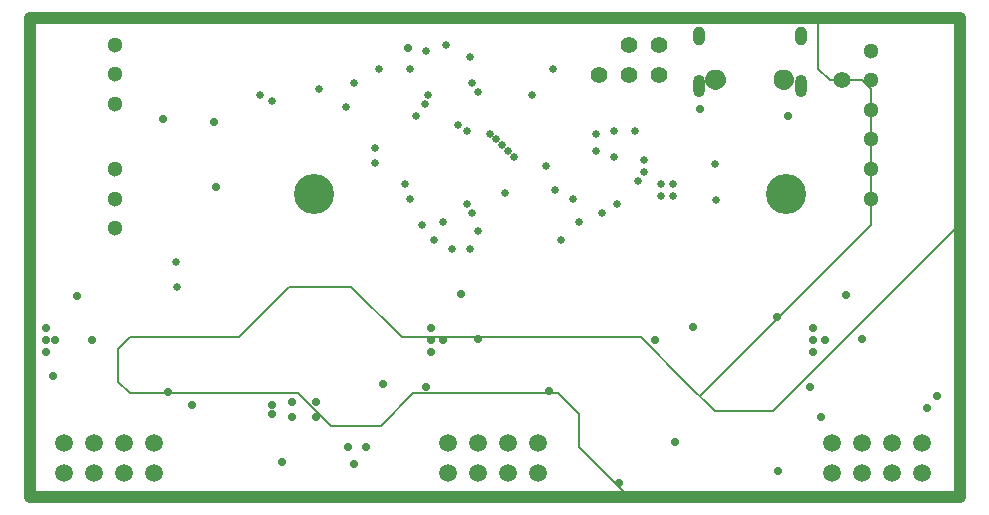
<source format=gbr>
%TF.GenerationSoftware,Altium Limited,Altium Designer,24.0.1 (36)*%
G04 Layer_Physical_Order=3*
G04 Layer_Color=128*
%FSLAX45Y45*%
%MOMM*%
%TF.SameCoordinates,1D19F893-C717-4D0B-B0CE-957F46A24576*%
%TF.FilePolarity,Negative*%
%TF.FileFunction,Copper,L3,Inr,Plane*%
%TF.Part,Single*%
G01*
G75*
%TA.AperFunction,NonConductor*%
%ADD58C,1.01600*%
%TA.AperFunction,ComponentPad*%
%ADD59C,1.50002*%
%ADD60C,1.42000*%
%ADD61C,1.40000*%
%ADD62C,1.30002*%
%TA.AperFunction,ViaPad*%
%ADD63C,3.40000*%
%ADD64C,0.65000*%
%ADD65C,0.70000*%
%TA.AperFunction,NonConductor*%
%ADD66C,0.20000*%
%TA.AperFunction,ComponentPad*%
%ADD67O,1.00000X1.60000*%
%ADD68O,1.00000X1.90002*%
%ADD69O,1.00000X1.90000*%
G36*
X1717070Y590289D02*
X1729807Y585081D01*
X1739624Y575439D01*
X1745061Y562798D01*
X1745185Y555919D01*
X1745060Y549041D01*
X1739622Y536401D01*
X1729805Y526760D01*
X1717068Y521552D01*
X1703308Y521552D01*
X1690572Y526761D01*
X1680755Y536403D01*
X1675318Y549043D01*
X1675194Y555922D01*
X1675194Y555922D01*
X1675318Y562801D01*
X1680756Y575441D01*
X1690574Y585082D01*
X1703311Y590290D01*
X1717070Y590289D01*
D02*
G37*
G36*
X1139068D02*
X1151804Y585081D01*
X1161621Y575439D01*
X1167058Y562798D01*
X1167183Y555919D01*
X1167058Y549041D01*
X1161620Y536401D01*
X1151802Y526760D01*
X1139066Y521552D01*
X1125306Y521552D01*
X1112570Y526761D01*
X1102753Y536403D01*
X1097316Y549043D01*
X1097192Y555922D01*
X1097191Y555922D01*
X1097316Y562801D01*
X1102754Y575441D01*
X1112572Y585082D01*
X1125308Y590290D01*
X1139068Y590289D01*
D02*
G37*
D58*
X1125308Y590290D02*
X1139068Y590289D01*
X1151804Y585081D01*
X1161621Y575439D01*
X1167058Y562798D01*
X1167183Y555919D01*
X1167058Y549041D02*
X1167183Y555919D01*
X1161620Y536401D02*
X1167058Y549041D01*
X1151802Y526760D02*
X1161620Y536401D01*
X1139066Y521552D02*
X1151802Y526760D01*
X1125306Y521552D02*
X1139066Y521552D01*
X1112570Y526761D02*
X1125306Y521552D01*
X1102753Y536403D02*
X1112570Y526761D01*
X1097316Y549043D02*
X1102753Y536403D01*
X1097192Y555922D02*
X1097316Y549043D01*
X1097191Y555922D02*
X1097192Y555922D01*
X1097191Y555922D02*
X1097316Y562801D01*
X1102754Y575441D01*
X1112572Y585082D01*
X1125308Y590290D01*
X1703311D02*
X1717070Y590289D01*
X1729807Y585081D01*
X1739624Y575439D01*
X1745061Y562798D01*
X1745185Y555919D01*
X1745060Y549041D02*
X1745185Y555919D01*
X1739622Y536401D02*
X1745060Y549041D01*
X1729805Y526760D02*
X1739622Y536401D01*
X1717068Y521552D02*
X1729805Y526760D01*
X1703308Y521552D02*
X1717068Y521552D01*
X1690572Y526761D02*
X1703308Y521552D01*
X1680755Y536403D02*
X1690572Y526761D01*
X1675318Y549043D02*
X1680755Y536403D01*
X1675194Y555922D02*
X1675318Y549043D01*
X1675194Y555922D02*
X1675194Y555922D01*
X1675194Y555922D02*
X1675318Y562801D01*
X1680756Y575441D01*
X1690574Y585082D01*
X1703311Y590290D01*
X3200000Y-2975000D02*
Y1075000D01*
X-4675000D02*
X3200000D01*
X-4675000Y-2975000D02*
Y1075000D01*
Y-2975000D02*
X3200000D01*
D59*
X2119000Y-2777003D02*
D03*
Y-2523003D02*
D03*
X2373000Y-2777003D02*
D03*
Y-2523003D02*
D03*
X2627000Y-2777003D02*
D03*
Y-2522993D02*
D03*
X2881000Y-2777003D02*
D03*
Y-2523003D02*
D03*
X-369002D02*
D03*
Y-2777003D02*
D03*
X-623002Y-2522993D02*
D03*
Y-2777003D02*
D03*
X-877002Y-2523003D02*
D03*
Y-2777003D02*
D03*
X-1131002Y-2523003D02*
D03*
Y-2777003D02*
D03*
X-3618998Y-2523003D02*
D03*
Y-2777003D02*
D03*
X-3872998Y-2522993D02*
D03*
Y-2777003D02*
D03*
X-4126998Y-2523003D02*
D03*
Y-2777003D02*
D03*
X-4380998Y-2523003D02*
D03*
Y-2777003D02*
D03*
D60*
X2200000Y550000D02*
D03*
X654000Y596000D02*
D03*
D61*
Y850000D02*
D03*
X400000Y596000D02*
D03*
Y850000D02*
D03*
X146000Y596000D02*
D03*
D62*
X-3950000Y-700002D02*
D03*
Y-450000D02*
D03*
Y-200003D02*
D03*
Y600000D02*
D03*
Y349998D02*
D03*
Y849997D02*
D03*
X2450000Y800004D02*
D03*
Y550007D02*
D03*
Y300000D02*
D03*
Y49998D02*
D03*
Y-199999D02*
D03*
Y-450001D02*
D03*
D63*
X-2270000Y-410000D02*
D03*
X1730000D02*
D03*
D64*
X-1326716Y350000D02*
D03*
X475000Y-300000D02*
D03*
X-1750000Y-150000D02*
D03*
Y-25000D02*
D03*
X525000Y-225000D02*
D03*
X-875000Y450000D02*
D03*
X-1450000Y650000D02*
D03*
X-775000Y100000D02*
D03*
X525000Y-125000D02*
D03*
X-975000Y125000D02*
D03*
X-1050000Y175000D02*
D03*
X125000Y100000D02*
D03*
X-725000Y50000D02*
D03*
X-675000Y0D02*
D03*
X-625000Y-50000D02*
D03*
X-575000Y-100000D02*
D03*
X1140000Y-460000D02*
D03*
X1130000Y-160000D02*
D03*
X-2225000Y475000D02*
D03*
X-3431962Y-985000D02*
D03*
X-3425000Y-1200000D02*
D03*
X-1500000Y-325000D02*
D03*
X-1350000Y-675000D02*
D03*
X-425000Y425000D02*
D03*
X-950000Y750000D02*
D03*
X-1149999Y850001D02*
D03*
X-1319998Y794998D02*
D03*
X-1720002Y645002D02*
D03*
X-2000000Y325000D02*
D03*
X-1400000Y250000D02*
D03*
X-650000Y-400000D02*
D03*
X-300000Y-175000D02*
D03*
X-245002Y645002D02*
D03*
X675000Y-425000D02*
D03*
X775000D02*
D03*
Y-325000D02*
D03*
X675000D02*
D03*
X-2725000Y425000D02*
D03*
X-2625000Y375000D02*
D03*
X450000Y125000D02*
D03*
X275000D02*
D03*
Y-100000D02*
D03*
X125000Y-50000D02*
D03*
X300000Y-500000D02*
D03*
X175000Y-575000D02*
D03*
X-1300000Y425000D02*
D03*
X-1925000Y525000D02*
D03*
X-925000D02*
D03*
X-875000Y-725000D02*
D03*
X-175000Y-800000D02*
D03*
X-1250000D02*
D03*
X-1175000Y-650000D02*
D03*
X-925000Y-575000D02*
D03*
X-25000Y-650000D02*
D03*
X-950000Y-875000D02*
D03*
X-1100000D02*
D03*
X-225000Y-375000D02*
D03*
X-1450000Y-450000D02*
D03*
X-75000D02*
D03*
X-975000Y-500000D02*
D03*
D65*
X-2540000Y-2680000D02*
D03*
X-3110000Y200000D02*
D03*
X1930000Y-2050000D02*
D03*
X790000Y-2510000D02*
D03*
X-280000Y-2080000D02*
D03*
X-1320000Y-2050000D02*
D03*
X-3500000Y-2090000D02*
D03*
X-1475000Y825000D02*
D03*
X2025000Y-2300000D02*
D03*
X-3300000Y-2200000D02*
D03*
X-4460000Y-1650000D02*
D03*
X-4145000Y-1645000D02*
D03*
X-4540000Y-1650000D02*
D03*
Y-1750000D02*
D03*
Y-1550000D02*
D03*
X-1175000Y-1645000D02*
D03*
X-880000Y-1640000D02*
D03*
X-1280000Y-1650000D02*
D03*
Y-1750000D02*
D03*
Y-1550000D02*
D03*
X1960000D02*
D03*
Y-1750000D02*
D03*
Y-1650000D02*
D03*
X2370000Y-1640000D02*
D03*
X2060000Y-1650000D02*
D03*
X3010000Y-2120000D02*
D03*
X2920000Y-2220000D02*
D03*
X-3544997Y225000D02*
D03*
X-3100000Y-350000D02*
D03*
X-1019260Y-1255740D02*
D03*
X-4275000Y-1275000D02*
D03*
X-4475000Y-1950000D02*
D03*
X-1825000Y-2550000D02*
D03*
X-1975000D02*
D03*
X-1925000Y-2700000D02*
D03*
X-2625000Y-2275000D02*
D03*
Y-2200000D02*
D03*
X-2450000Y-2300000D02*
D03*
X-2250000D02*
D03*
Y-2175000D02*
D03*
X-2450000D02*
D03*
X-1680003Y-2019997D02*
D03*
X1650001Y-1450001D02*
D03*
X2235000Y-1265000D02*
D03*
X1659767Y-2760233D02*
D03*
X315235Y-2855235D02*
D03*
X620000Y-1650000D02*
D03*
X940000Y-1540000D02*
D03*
X1750000Y250000D02*
D03*
X1000002Y310001D02*
D03*
D66*
X2450000Y-674171D02*
Y-125000D01*
X2000000Y650000D02*
Y1075000D01*
Y650000D02*
X2100000Y550000D01*
X2375000D01*
X2450000Y475000D01*
Y-125000D02*
Y475000D01*
X1324744Y-1799426D02*
X2450000Y-674171D01*
X1000000Y-2125000D02*
X1324744Y-1799426D01*
X1618750Y-2250000D02*
X1868750Y-2000000D01*
X875000D02*
X1125000Y-2250000D01*
X-3825000Y-2100000D02*
X-2400000D01*
X-3925000Y-2000000D02*
X-3825000Y-2100000D01*
X-3925000Y-2000000D02*
Y-1725000D01*
X-3825000Y-1625000D01*
X-2900000D01*
X-1950000Y-1200000D02*
X-1525000Y-1625000D01*
X500000D01*
X-2900000D02*
X-2475000Y-1200000D01*
X-2400000Y-2100000D02*
X-2125000Y-2375000D01*
X-1425000Y-2100000D02*
X-200000D01*
X-1700000Y-2375000D02*
X-1425000Y-2100000D01*
X-200000D02*
X-25000Y-2275000D01*
Y-2550000D02*
Y-2275000D01*
Y-2550000D02*
X400000Y-2975000D01*
X500000Y-1625000D02*
X875000Y-2000000D01*
X1868750D02*
X3200000Y-668750D01*
X-2125000Y-2375000D02*
X-1975000D01*
X-2125000D02*
X-1700000D01*
X1125000Y-2250000D02*
X1618750D01*
X-2475000Y-1200000D02*
X-1950000D01*
D67*
X988708Y923917D02*
D03*
X1853705D02*
D03*
D68*
X988718Y503893D02*
D03*
D69*
X1853710Y503895D02*
D03*
%TF.MD5,3a19358aa450523104c9bdcbc8150e3a*%
M02*

</source>
